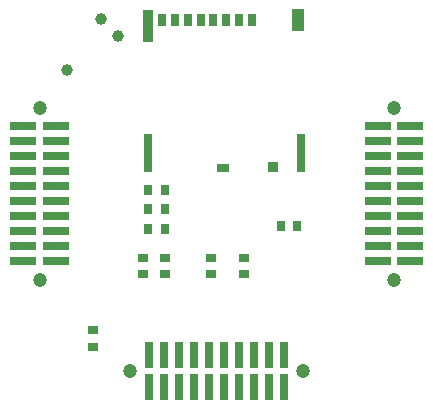
<source format=gbs>
G04 #@! TF.FileFunction,Soldermask,Bot*
%FSLAX46Y46*%
G04 Gerber Fmt 4.6, Leading zero omitted, Abs format (unit mm)*
G04 Created by KiCad (PCBNEW 4.0.2+e4-6225~38~ubuntu14.04.1-stable) date Sun 12 Jun 2016 21:16:07 BST*
%MOMM*%
G01*
G04 APERTURE LIST*
%ADD10C,0.100000*%
%ADD11R,0.700000X1.100000*%
%ADD12R,1.140000X1.830000*%
%ADD13R,0.860000X2.800000*%
%ADD14R,0.700000X3.330000*%
%ADD15R,0.900000X0.930000*%
%ADD16R,1.050000X0.780000*%
%ADD17R,2.220000X0.740000*%
%ADD18C,1.200000*%
%ADD19R,0.740000X2.220000*%
%ADD20C,1.000000*%
%ADD21R,0.750000X0.900000*%
%ADD22R,0.900000X0.750000*%
G04 APERTURE END LIST*
D10*
D11*
X103000000Y-85300000D03*
X101900000Y-85300000D03*
X100800000Y-85300000D03*
X99700000Y-85300000D03*
X98700000Y-85300000D03*
X97600000Y-85300000D03*
X96500000Y-85300000D03*
X95400000Y-85300000D03*
D12*
X106880000Y-85315000D03*
D13*
X94220000Y-85800000D03*
D14*
X94140000Y-96565000D03*
X107100000Y-96565000D03*
D15*
X104790000Y-97765000D03*
D16*
X100525000Y-97840000D03*
D17*
X83635000Y-94285000D03*
X86365000Y-94285000D03*
X83635000Y-95555000D03*
X86365000Y-95555000D03*
X83635000Y-96825000D03*
X86365000Y-96825000D03*
X83635000Y-98095000D03*
X86365000Y-98095000D03*
X83635000Y-99365000D03*
X86365000Y-99365000D03*
X83635000Y-100635000D03*
X86365000Y-100635000D03*
X83635000Y-101905000D03*
X86365000Y-101905000D03*
X83635000Y-103175000D03*
X86365000Y-103175000D03*
X83635000Y-104445000D03*
X86365000Y-104445000D03*
X83635000Y-105715000D03*
X86365000Y-105715000D03*
D18*
X85000000Y-107305000D03*
X85000000Y-92695000D03*
D17*
X113635000Y-94285000D03*
X116365000Y-94285000D03*
X113635000Y-95555000D03*
X116365000Y-95555000D03*
X113635000Y-96825000D03*
X116365000Y-96825000D03*
X113635000Y-98095000D03*
X116365000Y-98095000D03*
X113635000Y-99365000D03*
X116365000Y-99365000D03*
X113635000Y-100635000D03*
X116365000Y-100635000D03*
X113635000Y-101905000D03*
X116365000Y-101905000D03*
X113635000Y-103175000D03*
X116365000Y-103175000D03*
X113635000Y-104445000D03*
X116365000Y-104445000D03*
X113635000Y-105715000D03*
X116365000Y-105715000D03*
D18*
X115000000Y-107305000D03*
X115000000Y-92695000D03*
D19*
X94285000Y-116365000D03*
X94285000Y-113635000D03*
X95555000Y-116365000D03*
X95555000Y-113635000D03*
X96825000Y-116365000D03*
X96825000Y-113635000D03*
X98095000Y-116365000D03*
X98095000Y-113635000D03*
X99365000Y-116365000D03*
X99365000Y-113635000D03*
X100635000Y-116365000D03*
X100635000Y-113635000D03*
X101905000Y-116365000D03*
X101905000Y-113635000D03*
X103175000Y-116365000D03*
X103175000Y-113635000D03*
X104445000Y-116365000D03*
X104445000Y-113635000D03*
X105715000Y-116365000D03*
X105715000Y-113635000D03*
D18*
X107305000Y-115000000D03*
X92695000Y-115000000D03*
D20*
X87307484Y-89499587D03*
X91618007Y-86625905D03*
X90181166Y-85189064D03*
D21*
X94200000Y-99700000D03*
X95600000Y-99700000D03*
X94200000Y-101300000D03*
X95600000Y-101300000D03*
X94200000Y-103000000D03*
X95600000Y-103000000D03*
D22*
X89500000Y-111550000D03*
X89500000Y-112950000D03*
X99500000Y-105400000D03*
X99500000Y-106800000D03*
X95600000Y-105400000D03*
X95600000Y-106800000D03*
D21*
X105400000Y-102700000D03*
X106800000Y-102700000D03*
D22*
X93750000Y-105400000D03*
X93750000Y-106800000D03*
X102300000Y-105400000D03*
X102300000Y-106800000D03*
M02*

</source>
